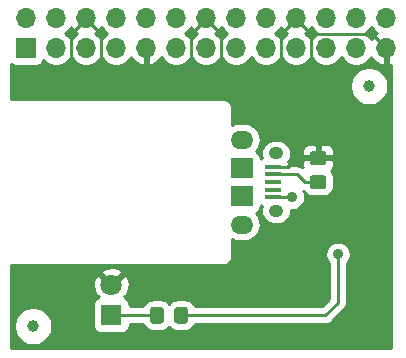
<source format=gbr>
G04 #@! TF.GenerationSoftware,KiCad,Pcbnew,(5.1.5)-3*
G04 #@! TF.CreationDate,2020-02-07T11:24:52-05:00*
G04 #@! TF.ProjectId,RPI-PWR,5250492d-5057-4522-9e6b-696361645f70,3*
G04 #@! TF.SameCoordinates,Original*
G04 #@! TF.FileFunction,Copper,L2,Bot*
G04 #@! TF.FilePolarity,Positive*
%FSLAX46Y46*%
G04 Gerber Fmt 4.6, Leading zero omitted, Abs format (unit mm)*
G04 Created by KiCad (PCBNEW (5.1.5)-3) date 2020-02-07 11:24:52*
%MOMM*%
%LPD*%
G04 APERTURE LIST*
%ADD10C,1.000000*%
%ADD11R,1.800000X1.800000*%
%ADD12C,1.800000*%
%ADD13O,1.900000X1.524000*%
%ADD14R,1.900000X1.800000*%
%ADD15R,1.350000X0.400000*%
%ADD16O,1.250000X1.050000*%
%ADD17R,1.700000X1.700000*%
%ADD18O,1.700000X1.700000*%
%ADD19C,0.150000*%
%ADD20C,0.889000*%
%ADD21C,0.254000*%
G04 APERTURE END LIST*
D10*
X30988000Y-7620000D03*
X2540000Y-27940000D03*
D11*
X9169400Y-27025600D03*
D12*
X9169400Y-24485600D03*
D13*
X20218400Y-19348000D03*
D14*
X20218400Y-16898000D03*
X20218400Y-14598000D03*
D13*
X20218400Y-12148000D03*
D15*
X22893400Y-17048000D03*
X22893400Y-16398000D03*
X22893400Y-15748000D03*
X22893400Y-15098000D03*
X22893400Y-14448000D03*
D16*
X23118400Y-18173000D03*
X23118400Y-13323000D03*
D17*
X1955800Y-4419600D03*
D18*
X1955800Y-1879600D03*
X4495800Y-4419600D03*
X4495800Y-1879600D03*
X7035800Y-4419600D03*
X7035800Y-1879600D03*
X9575800Y-4419600D03*
X9575800Y-1879600D03*
X12115800Y-4419600D03*
X12115800Y-1879600D03*
X14655800Y-4419600D03*
X14655800Y-1879600D03*
X17195800Y-4419600D03*
X17195800Y-1879600D03*
X19735800Y-4419600D03*
X19735800Y-1879600D03*
X22275800Y-4419600D03*
X22275800Y-1879600D03*
X24815800Y-4419600D03*
X24815800Y-1879600D03*
X27355800Y-4419600D03*
X27355800Y-1879600D03*
X29895800Y-4419600D03*
X29895800Y-1879600D03*
X32435800Y-4419600D03*
X32435800Y-1879600D03*
G04 #@! TA.AperFunction,SMDPad,CuDef*
D19*
G36*
X15420705Y-26326804D02*
G01*
X15444973Y-26330404D01*
X15468772Y-26336365D01*
X15491871Y-26344630D01*
X15514050Y-26355120D01*
X15535093Y-26367732D01*
X15554799Y-26382347D01*
X15572977Y-26398823D01*
X15589453Y-26417001D01*
X15604068Y-26436707D01*
X15616680Y-26457750D01*
X15627170Y-26479929D01*
X15635435Y-26503028D01*
X15641396Y-26526827D01*
X15644996Y-26551095D01*
X15646200Y-26575599D01*
X15646200Y-27475601D01*
X15644996Y-27500105D01*
X15641396Y-27524373D01*
X15635435Y-27548172D01*
X15627170Y-27571271D01*
X15616680Y-27593450D01*
X15604068Y-27614493D01*
X15589453Y-27634199D01*
X15572977Y-27652377D01*
X15554799Y-27668853D01*
X15535093Y-27683468D01*
X15514050Y-27696080D01*
X15491871Y-27706570D01*
X15468772Y-27714835D01*
X15444973Y-27720796D01*
X15420705Y-27724396D01*
X15396201Y-27725600D01*
X14746199Y-27725600D01*
X14721695Y-27724396D01*
X14697427Y-27720796D01*
X14673628Y-27714835D01*
X14650529Y-27706570D01*
X14628350Y-27696080D01*
X14607307Y-27683468D01*
X14587601Y-27668853D01*
X14569423Y-27652377D01*
X14552947Y-27634199D01*
X14538332Y-27614493D01*
X14525720Y-27593450D01*
X14515230Y-27571271D01*
X14506965Y-27548172D01*
X14501004Y-27524373D01*
X14497404Y-27500105D01*
X14496200Y-27475601D01*
X14496200Y-26575599D01*
X14497404Y-26551095D01*
X14501004Y-26526827D01*
X14506965Y-26503028D01*
X14515230Y-26479929D01*
X14525720Y-26457750D01*
X14538332Y-26436707D01*
X14552947Y-26417001D01*
X14569423Y-26398823D01*
X14587601Y-26382347D01*
X14607307Y-26367732D01*
X14628350Y-26355120D01*
X14650529Y-26344630D01*
X14673628Y-26336365D01*
X14697427Y-26330404D01*
X14721695Y-26326804D01*
X14746199Y-26325600D01*
X15396201Y-26325600D01*
X15420705Y-26326804D01*
G37*
G04 #@! TD.AperFunction*
G04 #@! TA.AperFunction,SMDPad,CuDef*
G36*
X13370705Y-26326804D02*
G01*
X13394973Y-26330404D01*
X13418772Y-26336365D01*
X13441871Y-26344630D01*
X13464050Y-26355120D01*
X13485093Y-26367732D01*
X13504799Y-26382347D01*
X13522977Y-26398823D01*
X13539453Y-26417001D01*
X13554068Y-26436707D01*
X13566680Y-26457750D01*
X13577170Y-26479929D01*
X13585435Y-26503028D01*
X13591396Y-26526827D01*
X13594996Y-26551095D01*
X13596200Y-26575599D01*
X13596200Y-27475601D01*
X13594996Y-27500105D01*
X13591396Y-27524373D01*
X13585435Y-27548172D01*
X13577170Y-27571271D01*
X13566680Y-27593450D01*
X13554068Y-27614493D01*
X13539453Y-27634199D01*
X13522977Y-27652377D01*
X13504799Y-27668853D01*
X13485093Y-27683468D01*
X13464050Y-27696080D01*
X13441871Y-27706570D01*
X13418772Y-27714835D01*
X13394973Y-27720796D01*
X13370705Y-27724396D01*
X13346201Y-27725600D01*
X12696199Y-27725600D01*
X12671695Y-27724396D01*
X12647427Y-27720796D01*
X12623628Y-27714835D01*
X12600529Y-27706570D01*
X12578350Y-27696080D01*
X12557307Y-27683468D01*
X12537601Y-27668853D01*
X12519423Y-27652377D01*
X12502947Y-27634199D01*
X12488332Y-27614493D01*
X12475720Y-27593450D01*
X12465230Y-27571271D01*
X12456965Y-27548172D01*
X12451004Y-27524373D01*
X12447404Y-27500105D01*
X12446200Y-27475601D01*
X12446200Y-26575599D01*
X12447404Y-26551095D01*
X12451004Y-26526827D01*
X12456965Y-26503028D01*
X12465230Y-26479929D01*
X12475720Y-26457750D01*
X12488332Y-26436707D01*
X12502947Y-26417001D01*
X12519423Y-26398823D01*
X12537601Y-26382347D01*
X12557307Y-26367732D01*
X12578350Y-26355120D01*
X12600529Y-26344630D01*
X12623628Y-26336365D01*
X12647427Y-26330404D01*
X12671695Y-26326804D01*
X12696199Y-26325600D01*
X13346201Y-26325600D01*
X13370705Y-26326804D01*
G37*
G04 #@! TD.AperFunction*
G04 #@! TA.AperFunction,SMDPad,CuDef*
G36*
X27144505Y-13133204D02*
G01*
X27168773Y-13136804D01*
X27192572Y-13142765D01*
X27215671Y-13151030D01*
X27237850Y-13161520D01*
X27258893Y-13174132D01*
X27278599Y-13188747D01*
X27296777Y-13205223D01*
X27313253Y-13223401D01*
X27327868Y-13243107D01*
X27340480Y-13264150D01*
X27350970Y-13286329D01*
X27359235Y-13309428D01*
X27365196Y-13333227D01*
X27368796Y-13357495D01*
X27370000Y-13381999D01*
X27370000Y-14032001D01*
X27368796Y-14056505D01*
X27365196Y-14080773D01*
X27359235Y-14104572D01*
X27350970Y-14127671D01*
X27340480Y-14149850D01*
X27327868Y-14170893D01*
X27313253Y-14190599D01*
X27296777Y-14208777D01*
X27278599Y-14225253D01*
X27258893Y-14239868D01*
X27237850Y-14252480D01*
X27215671Y-14262970D01*
X27192572Y-14271235D01*
X27168773Y-14277196D01*
X27144505Y-14280796D01*
X27120001Y-14282000D01*
X26219999Y-14282000D01*
X26195495Y-14280796D01*
X26171227Y-14277196D01*
X26147428Y-14271235D01*
X26124329Y-14262970D01*
X26102150Y-14252480D01*
X26081107Y-14239868D01*
X26061401Y-14225253D01*
X26043223Y-14208777D01*
X26026747Y-14190599D01*
X26012132Y-14170893D01*
X25999520Y-14149850D01*
X25989030Y-14127671D01*
X25980765Y-14104572D01*
X25974804Y-14080773D01*
X25971204Y-14056505D01*
X25970000Y-14032001D01*
X25970000Y-13381999D01*
X25971204Y-13357495D01*
X25974804Y-13333227D01*
X25980765Y-13309428D01*
X25989030Y-13286329D01*
X25999520Y-13264150D01*
X26012132Y-13243107D01*
X26026747Y-13223401D01*
X26043223Y-13205223D01*
X26061401Y-13188747D01*
X26081107Y-13174132D01*
X26102150Y-13161520D01*
X26124329Y-13151030D01*
X26147428Y-13142765D01*
X26171227Y-13136804D01*
X26195495Y-13133204D01*
X26219999Y-13132000D01*
X27120001Y-13132000D01*
X27144505Y-13133204D01*
G37*
G04 #@! TD.AperFunction*
G04 #@! TA.AperFunction,SMDPad,CuDef*
G36*
X27144505Y-15183204D02*
G01*
X27168773Y-15186804D01*
X27192572Y-15192765D01*
X27215671Y-15201030D01*
X27237850Y-15211520D01*
X27258893Y-15224132D01*
X27278599Y-15238747D01*
X27296777Y-15255223D01*
X27313253Y-15273401D01*
X27327868Y-15293107D01*
X27340480Y-15314150D01*
X27350970Y-15336329D01*
X27359235Y-15359428D01*
X27365196Y-15383227D01*
X27368796Y-15407495D01*
X27370000Y-15431999D01*
X27370000Y-16082001D01*
X27368796Y-16106505D01*
X27365196Y-16130773D01*
X27359235Y-16154572D01*
X27350970Y-16177671D01*
X27340480Y-16199850D01*
X27327868Y-16220893D01*
X27313253Y-16240599D01*
X27296777Y-16258777D01*
X27278599Y-16275253D01*
X27258893Y-16289868D01*
X27237850Y-16302480D01*
X27215671Y-16312970D01*
X27192572Y-16321235D01*
X27168773Y-16327196D01*
X27144505Y-16330796D01*
X27120001Y-16332000D01*
X26219999Y-16332000D01*
X26195495Y-16330796D01*
X26171227Y-16327196D01*
X26147428Y-16321235D01*
X26124329Y-16312970D01*
X26102150Y-16302480D01*
X26081107Y-16289868D01*
X26061401Y-16275253D01*
X26043223Y-16258777D01*
X26026747Y-16240599D01*
X26012132Y-16220893D01*
X25999520Y-16199850D01*
X25989030Y-16177671D01*
X25980765Y-16154572D01*
X25974804Y-16130773D01*
X25971204Y-16106505D01*
X25970000Y-16082001D01*
X25970000Y-15431999D01*
X25971204Y-15407495D01*
X25974804Y-15383227D01*
X25980765Y-15359428D01*
X25989030Y-15336329D01*
X25999520Y-15314150D01*
X26012132Y-15293107D01*
X26026747Y-15273401D01*
X26043223Y-15255223D01*
X26061401Y-15238747D01*
X26081107Y-15224132D01*
X26102150Y-15211520D01*
X26124329Y-15201030D01*
X26147428Y-15192765D01*
X26171227Y-15186804D01*
X26195495Y-15183204D01*
X26219999Y-15182000D01*
X27120001Y-15182000D01*
X27144505Y-15183204D01*
G37*
G04 #@! TD.AperFunction*
D20*
X24485600Y-17043400D03*
X28346400Y-21869400D03*
D21*
X23387000Y-17048000D02*
X23398000Y-17048000D01*
X22893400Y-17048000D02*
X24481000Y-17048000D01*
X24481000Y-17048000D02*
X24485600Y-17043400D01*
X31242000Y-3175000D02*
X26035000Y-3175000D01*
X8255000Y-5207000D02*
X8255000Y-3175000D01*
X8255000Y-3175000D02*
X6985000Y-1905000D01*
X26035000Y-5334000D02*
X26035000Y-3175000D01*
X26035000Y-3175000D02*
X24765000Y-1905000D01*
X18415000Y-5334000D02*
X18415000Y-3175000D01*
X18415000Y-3175000D02*
X17145000Y-1905000D01*
X5715000Y-5080000D02*
X5715000Y-3175000D01*
X5715000Y-3175000D02*
X6985000Y-1905000D01*
X23495000Y-5461000D02*
X23495000Y-3175000D01*
X23495000Y-3175000D02*
X24765000Y-1905000D01*
X15875000Y-5207000D02*
X15875000Y-3175000D01*
X15875000Y-3175000D02*
X17145000Y-1905000D01*
X23822400Y-14448000D02*
X23827000Y-14452600D01*
X22893400Y-14448000D02*
X23822400Y-14448000D01*
X23827000Y-14452600D02*
X24104600Y-14452600D01*
X24850200Y-13707000D02*
X26670000Y-13707000D01*
X24104600Y-14452600D02*
X24850200Y-13707000D01*
X31585801Y-3518801D02*
X31242000Y-3175000D01*
X31585801Y-3569601D02*
X31585801Y-3518801D01*
X32435800Y-4419600D02*
X31585801Y-3569601D01*
X10323400Y-27025600D02*
X13021200Y-27025600D01*
X9169400Y-27025600D02*
X10323400Y-27025600D01*
X25970000Y-15757000D02*
X25961000Y-15748000D01*
X26670000Y-15757000D02*
X25970000Y-15757000D01*
X25961000Y-15748000D02*
X25552400Y-15748000D01*
X24902400Y-15098000D02*
X22893400Y-15098000D01*
X25552400Y-15748000D02*
X24902400Y-15098000D01*
X15071200Y-27025600D02*
X27279600Y-27025600D01*
X27279600Y-27025600D02*
X28346400Y-25958800D01*
X28346400Y-25958800D02*
X28346400Y-21869400D01*
G36*
X12242800Y-4292600D02*
G01*
X12262800Y-4292600D01*
X12262800Y-4546600D01*
X12242800Y-4546600D01*
X12242800Y-5739755D01*
X12472690Y-5861076D01*
X12619899Y-5816425D01*
X12882720Y-5691241D01*
X13116069Y-5517188D01*
X13310978Y-5300955D01*
X13380605Y-5184066D01*
X13502325Y-5366232D01*
X13709168Y-5573075D01*
X13952389Y-5735590D01*
X14222642Y-5847532D01*
X14509540Y-5904600D01*
X14802060Y-5904600D01*
X15088958Y-5847532D01*
X15359211Y-5735590D01*
X15602432Y-5573075D01*
X15809275Y-5366232D01*
X15925800Y-5191840D01*
X16042325Y-5366232D01*
X16249168Y-5573075D01*
X16492389Y-5735590D01*
X16762642Y-5847532D01*
X17049540Y-5904600D01*
X17342060Y-5904600D01*
X17628958Y-5847532D01*
X17899211Y-5735590D01*
X18142432Y-5573075D01*
X18349275Y-5366232D01*
X18465800Y-5191840D01*
X18582325Y-5366232D01*
X18789168Y-5573075D01*
X19032389Y-5735590D01*
X19302642Y-5847532D01*
X19589540Y-5904600D01*
X19882060Y-5904600D01*
X20168958Y-5847532D01*
X20439211Y-5735590D01*
X20682432Y-5573075D01*
X20889275Y-5366232D01*
X21005800Y-5191840D01*
X21122325Y-5366232D01*
X21329168Y-5573075D01*
X21572389Y-5735590D01*
X21842642Y-5847532D01*
X22129540Y-5904600D01*
X22422060Y-5904600D01*
X22708958Y-5847532D01*
X22979211Y-5735590D01*
X23222432Y-5573075D01*
X23429275Y-5366232D01*
X23545800Y-5191840D01*
X23662325Y-5366232D01*
X23869168Y-5573075D01*
X24112389Y-5735590D01*
X24382642Y-5847532D01*
X24669540Y-5904600D01*
X24962060Y-5904600D01*
X25248958Y-5847532D01*
X25519211Y-5735590D01*
X25762432Y-5573075D01*
X25969275Y-5366232D01*
X26085800Y-5191840D01*
X26202325Y-5366232D01*
X26409168Y-5573075D01*
X26652389Y-5735590D01*
X26922642Y-5847532D01*
X27209540Y-5904600D01*
X27502060Y-5904600D01*
X27788958Y-5847532D01*
X28059211Y-5735590D01*
X28302432Y-5573075D01*
X28509275Y-5366232D01*
X28625800Y-5191840D01*
X28742325Y-5366232D01*
X28949168Y-5573075D01*
X29192389Y-5735590D01*
X29462642Y-5847532D01*
X29749540Y-5904600D01*
X30042060Y-5904600D01*
X30328958Y-5847532D01*
X30599211Y-5735590D01*
X30842432Y-5573075D01*
X31049275Y-5366232D01*
X31170995Y-5184066D01*
X31240622Y-5300955D01*
X31435531Y-5517188D01*
X31668880Y-5691241D01*
X31931701Y-5816425D01*
X32078910Y-5861076D01*
X32308800Y-5739755D01*
X32308800Y-4546600D01*
X32288800Y-4546600D01*
X32288800Y-4292600D01*
X32308800Y-4292600D01*
X32308800Y-4272600D01*
X32562800Y-4272600D01*
X32562800Y-4292600D01*
X32582800Y-4292600D01*
X32582800Y-4546600D01*
X32562800Y-4546600D01*
X32562800Y-5739755D01*
X32792690Y-5861076D01*
X32843001Y-5845816D01*
X32843000Y-29684497D01*
X32838311Y-29732317D01*
X32834152Y-29746093D01*
X32827399Y-29758792D01*
X32818304Y-29769944D01*
X32807220Y-29779114D01*
X32794570Y-29785954D01*
X32780825Y-29790208D01*
X32735235Y-29795000D01*
X795503Y-29795000D01*
X747683Y-29790311D01*
X733907Y-29786152D01*
X721208Y-29779399D01*
X710056Y-29770304D01*
X700886Y-29759220D01*
X694046Y-29746570D01*
X689792Y-29732825D01*
X685000Y-29687235D01*
X685000Y-27779755D01*
X913000Y-27779755D01*
X913000Y-28100245D01*
X975525Y-28414578D01*
X1098172Y-28710673D01*
X1276227Y-28977152D01*
X1502848Y-29203773D01*
X1769327Y-29381828D01*
X2065422Y-29504475D01*
X2379755Y-29567000D01*
X2700245Y-29567000D01*
X3014578Y-29504475D01*
X3310673Y-29381828D01*
X3577152Y-29203773D01*
X3803773Y-28977152D01*
X3981828Y-28710673D01*
X4104475Y-28414578D01*
X4167000Y-28100245D01*
X4167000Y-27779755D01*
X4104475Y-27465422D01*
X3981828Y-27169327D01*
X3803773Y-26902848D01*
X3577152Y-26676227D01*
X3310673Y-26498172D01*
X3014578Y-26375525D01*
X2700245Y-26313000D01*
X2379755Y-26313000D01*
X2065422Y-26375525D01*
X1769327Y-26498172D01*
X1502848Y-26676227D01*
X1276227Y-26902848D01*
X1098172Y-27169327D01*
X975525Y-27465422D01*
X913000Y-27779755D01*
X685000Y-27779755D01*
X685000Y-24552153D01*
X7628409Y-24552153D01*
X7671003Y-24851507D01*
X7771178Y-25136799D01*
X7851139Y-25286392D01*
X8105318Y-25370074D01*
X7989370Y-25486022D01*
X8036135Y-25532787D01*
X8025220Y-25536098D01*
X7914906Y-25595063D01*
X7818215Y-25674415D01*
X7738863Y-25771106D01*
X7679898Y-25881420D01*
X7643588Y-26001118D01*
X7631328Y-26125600D01*
X7631328Y-27925600D01*
X7643588Y-28050082D01*
X7679898Y-28169780D01*
X7738863Y-28280094D01*
X7818215Y-28376785D01*
X7914906Y-28456137D01*
X8025220Y-28515102D01*
X8144918Y-28551412D01*
X8269400Y-28563672D01*
X10069400Y-28563672D01*
X10193882Y-28551412D01*
X10313580Y-28515102D01*
X10423894Y-28456137D01*
X10520585Y-28376785D01*
X10599937Y-28280094D01*
X10658902Y-28169780D01*
X10695212Y-28050082D01*
X10707472Y-27925600D01*
X10707472Y-27787600D01*
X11867280Y-27787600D01*
X11875728Y-27815451D01*
X11957795Y-27968987D01*
X12068238Y-28103562D01*
X12202813Y-28214005D01*
X12356349Y-28296072D01*
X12522945Y-28346608D01*
X12696199Y-28363672D01*
X13346201Y-28363672D01*
X13519455Y-28346608D01*
X13686051Y-28296072D01*
X13839587Y-28214005D01*
X13974162Y-28103562D01*
X14046200Y-28015784D01*
X14118238Y-28103562D01*
X14252813Y-28214005D01*
X14406349Y-28296072D01*
X14572945Y-28346608D01*
X14746199Y-28363672D01*
X15396201Y-28363672D01*
X15569455Y-28346608D01*
X15736051Y-28296072D01*
X15889587Y-28214005D01*
X16024162Y-28103562D01*
X16134605Y-27968987D01*
X16216672Y-27815451D01*
X16225120Y-27787600D01*
X27242177Y-27787600D01*
X27279600Y-27791286D01*
X27317023Y-27787600D01*
X27317026Y-27787600D01*
X27428978Y-27776574D01*
X27572615Y-27733002D01*
X27704992Y-27662245D01*
X27821022Y-27567022D01*
X27844884Y-27537946D01*
X28858753Y-26524078D01*
X28887822Y-26500222D01*
X28983045Y-26384192D01*
X29053802Y-26251815D01*
X29097374Y-26108178D01*
X29108400Y-25996226D01*
X29108400Y-25996224D01*
X29112086Y-25958801D01*
X29108400Y-25921378D01*
X29108400Y-22634043D01*
X29184902Y-22557541D01*
X29303040Y-22380735D01*
X29384415Y-22184278D01*
X29425900Y-21975721D01*
X29425900Y-21763079D01*
X29384415Y-21554522D01*
X29303040Y-21358065D01*
X29184902Y-21181259D01*
X29034541Y-21030898D01*
X28857735Y-20912760D01*
X28661278Y-20831385D01*
X28452721Y-20789900D01*
X28240079Y-20789900D01*
X28031522Y-20831385D01*
X27835065Y-20912760D01*
X27658259Y-21030898D01*
X27507898Y-21181259D01*
X27389760Y-21358065D01*
X27308385Y-21554522D01*
X27266900Y-21763079D01*
X27266900Y-21975721D01*
X27308385Y-22184278D01*
X27389760Y-22380735D01*
X27507898Y-22557541D01*
X27584401Y-22634044D01*
X27584400Y-25643169D01*
X26963970Y-26263600D01*
X16225120Y-26263600D01*
X16216672Y-26235749D01*
X16134605Y-26082213D01*
X16024162Y-25947638D01*
X15889587Y-25837195D01*
X15736051Y-25755128D01*
X15569455Y-25704592D01*
X15396201Y-25687528D01*
X14746199Y-25687528D01*
X14572945Y-25704592D01*
X14406349Y-25755128D01*
X14252813Y-25837195D01*
X14118238Y-25947638D01*
X14046200Y-26035416D01*
X13974162Y-25947638D01*
X13839587Y-25837195D01*
X13686051Y-25755128D01*
X13519455Y-25704592D01*
X13346201Y-25687528D01*
X12696199Y-25687528D01*
X12522945Y-25704592D01*
X12356349Y-25755128D01*
X12202813Y-25837195D01*
X12068238Y-25947638D01*
X11957795Y-26082213D01*
X11875728Y-26235749D01*
X11867280Y-26263600D01*
X10707472Y-26263600D01*
X10707472Y-26125600D01*
X10695212Y-26001118D01*
X10658902Y-25881420D01*
X10599937Y-25771106D01*
X10520585Y-25674415D01*
X10423894Y-25595063D01*
X10313580Y-25536098D01*
X10302665Y-25532787D01*
X10349430Y-25486022D01*
X10233482Y-25370074D01*
X10487661Y-25286392D01*
X10618558Y-25013825D01*
X10693765Y-24720958D01*
X10710391Y-24419047D01*
X10667797Y-24119693D01*
X10567622Y-23834401D01*
X10487661Y-23684808D01*
X10233480Y-23601125D01*
X9349005Y-24485600D01*
X9363148Y-24499743D01*
X9183543Y-24679348D01*
X9169400Y-24665205D01*
X9155258Y-24679348D01*
X8975653Y-24499743D01*
X8989795Y-24485600D01*
X8105320Y-23601125D01*
X7851139Y-23684808D01*
X7720242Y-23957375D01*
X7645035Y-24250242D01*
X7628409Y-24552153D01*
X685000Y-24552153D01*
X685000Y-23421520D01*
X8284925Y-23421520D01*
X9169400Y-24305995D01*
X10053875Y-23421520D01*
X9970192Y-23167339D01*
X9697625Y-23036442D01*
X9404758Y-22961235D01*
X9102847Y-22944609D01*
X8803493Y-22987203D01*
X8518201Y-23087378D01*
X8368608Y-23167339D01*
X8284925Y-23421520D01*
X685000Y-23421520D01*
X685000Y-22893503D01*
X689689Y-22845681D01*
X693846Y-22831912D01*
X700602Y-22819206D01*
X709695Y-22808056D01*
X720781Y-22798885D01*
X733428Y-22792047D01*
X747178Y-22787791D01*
X792758Y-22783000D01*
X18635353Y-22783000D01*
X18669000Y-22786314D01*
X18803283Y-22773088D01*
X18932406Y-22733919D01*
X19051407Y-22670312D01*
X19155711Y-22584711D01*
X19241312Y-22480407D01*
X19304919Y-22361406D01*
X19344088Y-22232283D01*
X19354000Y-22131647D01*
X19357314Y-22098000D01*
X19354000Y-22064353D01*
X19354000Y-20570498D01*
X19493205Y-20644904D01*
X19756540Y-20724786D01*
X19961775Y-20745000D01*
X20475025Y-20745000D01*
X20680260Y-20724786D01*
X20943595Y-20644904D01*
X21186287Y-20515183D01*
X21399008Y-20340608D01*
X21573583Y-20127887D01*
X21703304Y-19885195D01*
X21783186Y-19621860D01*
X21810159Y-19348000D01*
X21783186Y-19074140D01*
X21703304Y-18810805D01*
X21573583Y-18568113D01*
X21421463Y-18382754D01*
X21522894Y-18328537D01*
X21619585Y-18249185D01*
X21698937Y-18152494D01*
X21757902Y-18042180D01*
X21794212Y-17922482D01*
X21806472Y-17798000D01*
X21806472Y-17731402D01*
X21863906Y-17778537D01*
X21917219Y-17807034D01*
X21875185Y-17945600D01*
X21852788Y-18173000D01*
X21875185Y-18400400D01*
X21941515Y-18619060D01*
X22049229Y-18820579D01*
X22194188Y-18997212D01*
X22370821Y-19142171D01*
X22572340Y-19249885D01*
X22791000Y-19316215D01*
X22961421Y-19333000D01*
X23275379Y-19333000D01*
X23445800Y-19316215D01*
X23664460Y-19249885D01*
X23865979Y-19142171D01*
X24042612Y-18997212D01*
X24187571Y-18820579D01*
X24295285Y-18619060D01*
X24361615Y-18400400D01*
X24384012Y-18173000D01*
X24379074Y-18122859D01*
X24379279Y-18122900D01*
X24591921Y-18122900D01*
X24800478Y-18081415D01*
X24996935Y-18000040D01*
X25173741Y-17881902D01*
X25324102Y-17731541D01*
X25442240Y-17554735D01*
X25523615Y-17358278D01*
X25565100Y-17149721D01*
X25565100Y-16937079D01*
X25523615Y-16728522D01*
X25442240Y-16532065D01*
X25421334Y-16500778D01*
X25442848Y-16502896D01*
X25481595Y-16575387D01*
X25592038Y-16709962D01*
X25726613Y-16820405D01*
X25880149Y-16902472D01*
X26046745Y-16953008D01*
X26219999Y-16970072D01*
X27120001Y-16970072D01*
X27293255Y-16953008D01*
X27459851Y-16902472D01*
X27613387Y-16820405D01*
X27747962Y-16709962D01*
X27858405Y-16575387D01*
X27940472Y-16421851D01*
X27991008Y-16255255D01*
X28008072Y-16082001D01*
X28008072Y-15431999D01*
X27991008Y-15258745D01*
X27940472Y-15092149D01*
X27858405Y-14938613D01*
X27747962Y-14804038D01*
X27741406Y-14798658D01*
X27821185Y-14733185D01*
X27900537Y-14636494D01*
X27959502Y-14526180D01*
X27995812Y-14406482D01*
X28008072Y-14282000D01*
X28005000Y-13992750D01*
X27846250Y-13834000D01*
X26797000Y-13834000D01*
X26797000Y-13854000D01*
X26543000Y-13854000D01*
X26543000Y-13834000D01*
X25493750Y-13834000D01*
X25335000Y-13992750D01*
X25331928Y-14282000D01*
X25344188Y-14406482D01*
X25371786Y-14497460D01*
X25327792Y-14461355D01*
X25195415Y-14390598D01*
X25051778Y-14347026D01*
X24939826Y-14336000D01*
X24939823Y-14336000D01*
X24902400Y-14332314D01*
X24864977Y-14336000D01*
X24203400Y-14336000D01*
X24203400Y-14320998D01*
X24098652Y-14320998D01*
X24203400Y-14216250D01*
X24192141Y-14113526D01*
X24157879Y-14006759D01*
X24187571Y-13970579D01*
X24295285Y-13769060D01*
X24361615Y-13550400D01*
X24384012Y-13323000D01*
X24365201Y-13132000D01*
X25331928Y-13132000D01*
X25335000Y-13421250D01*
X25493750Y-13580000D01*
X26543000Y-13580000D01*
X26543000Y-12655750D01*
X26797000Y-12655750D01*
X26797000Y-13580000D01*
X27846250Y-13580000D01*
X28005000Y-13421250D01*
X28008072Y-13132000D01*
X27995812Y-13007518D01*
X27959502Y-12887820D01*
X27900537Y-12777506D01*
X27821185Y-12680815D01*
X27724494Y-12601463D01*
X27614180Y-12542498D01*
X27494482Y-12506188D01*
X27370000Y-12493928D01*
X26955750Y-12497000D01*
X26797000Y-12655750D01*
X26543000Y-12655750D01*
X26384250Y-12497000D01*
X25970000Y-12493928D01*
X25845518Y-12506188D01*
X25725820Y-12542498D01*
X25615506Y-12601463D01*
X25518815Y-12680815D01*
X25439463Y-12777506D01*
X25380498Y-12887820D01*
X25344188Y-13007518D01*
X25331928Y-13132000D01*
X24365201Y-13132000D01*
X24361615Y-13095600D01*
X24295285Y-12876940D01*
X24187571Y-12675421D01*
X24042612Y-12498788D01*
X23865979Y-12353829D01*
X23664460Y-12246115D01*
X23445800Y-12179785D01*
X23275379Y-12163000D01*
X22961421Y-12163000D01*
X22791000Y-12179785D01*
X22572340Y-12246115D01*
X22370821Y-12353829D01*
X22194188Y-12498788D01*
X22049229Y-12675421D01*
X21941515Y-12876940D01*
X21875185Y-13095600D01*
X21852788Y-13323000D01*
X21875185Y-13550400D01*
X21917185Y-13688855D01*
X21872436Y-13711861D01*
X21806472Y-13764253D01*
X21806472Y-13698000D01*
X21794212Y-13573518D01*
X21757902Y-13453820D01*
X21698937Y-13343506D01*
X21619585Y-13246815D01*
X21522894Y-13167463D01*
X21421463Y-13113246D01*
X21573583Y-12927887D01*
X21703304Y-12685195D01*
X21783186Y-12421860D01*
X21810159Y-12148000D01*
X21783186Y-11874140D01*
X21703304Y-11610805D01*
X21573583Y-11368113D01*
X21399008Y-11155392D01*
X21186287Y-10980817D01*
X20943595Y-10851096D01*
X20680260Y-10771214D01*
X20475025Y-10751000D01*
X19961775Y-10751000D01*
X19756540Y-10771214D01*
X19493205Y-10851096D01*
X19354000Y-10925502D01*
X19354000Y-9431647D01*
X19357314Y-9398000D01*
X19344088Y-9263717D01*
X19304919Y-9134594D01*
X19241312Y-9015593D01*
X19155711Y-8911289D01*
X19051407Y-8825688D01*
X18932406Y-8762081D01*
X18803283Y-8722912D01*
X18702647Y-8713000D01*
X18669000Y-8709686D01*
X18635353Y-8713000D01*
X795503Y-8713000D01*
X747683Y-8708311D01*
X733907Y-8704152D01*
X721208Y-8697399D01*
X710056Y-8688304D01*
X700886Y-8677220D01*
X694046Y-8664570D01*
X689792Y-8650825D01*
X685000Y-8605235D01*
X685000Y-7459755D01*
X29361000Y-7459755D01*
X29361000Y-7780245D01*
X29423525Y-8094578D01*
X29546172Y-8390673D01*
X29724227Y-8657152D01*
X29950848Y-8883773D01*
X30217327Y-9061828D01*
X30513422Y-9184475D01*
X30827755Y-9247000D01*
X31148245Y-9247000D01*
X31462578Y-9184475D01*
X31758673Y-9061828D01*
X32025152Y-8883773D01*
X32251773Y-8657152D01*
X32429828Y-8390673D01*
X32552475Y-8094578D01*
X32615000Y-7780245D01*
X32615000Y-7459755D01*
X32552475Y-7145422D01*
X32429828Y-6849327D01*
X32251773Y-6582848D01*
X32025152Y-6356227D01*
X31758673Y-6178172D01*
X31462578Y-6055525D01*
X31148245Y-5993000D01*
X30827755Y-5993000D01*
X30513422Y-6055525D01*
X30217327Y-6178172D01*
X29950848Y-6356227D01*
X29724227Y-6582848D01*
X29546172Y-6849327D01*
X29423525Y-7145422D01*
X29361000Y-7459755D01*
X685000Y-7459755D01*
X685000Y-5745721D01*
X751306Y-5800137D01*
X861620Y-5859102D01*
X981318Y-5895412D01*
X1105800Y-5907672D01*
X2805800Y-5907672D01*
X2930282Y-5895412D01*
X3049980Y-5859102D01*
X3160294Y-5800137D01*
X3256985Y-5720785D01*
X3336337Y-5624094D01*
X3395302Y-5513780D01*
X3417313Y-5441220D01*
X3549168Y-5573075D01*
X3792389Y-5735590D01*
X4062642Y-5847532D01*
X4349540Y-5904600D01*
X4642060Y-5904600D01*
X4928958Y-5847532D01*
X5199211Y-5735590D01*
X5442432Y-5573075D01*
X5649275Y-5366232D01*
X5765800Y-5191840D01*
X5882325Y-5366232D01*
X6089168Y-5573075D01*
X6332389Y-5735590D01*
X6602642Y-5847532D01*
X6889540Y-5904600D01*
X7182060Y-5904600D01*
X7468958Y-5847532D01*
X7739211Y-5735590D01*
X7982432Y-5573075D01*
X8189275Y-5366232D01*
X8305800Y-5191840D01*
X8422325Y-5366232D01*
X8629168Y-5573075D01*
X8872389Y-5735590D01*
X9142642Y-5847532D01*
X9429540Y-5904600D01*
X9722060Y-5904600D01*
X10008958Y-5847532D01*
X10279211Y-5735590D01*
X10522432Y-5573075D01*
X10729275Y-5366232D01*
X10850995Y-5184066D01*
X10920622Y-5300955D01*
X11115531Y-5517188D01*
X11348880Y-5691241D01*
X11611701Y-5816425D01*
X11758910Y-5861076D01*
X11988800Y-5739755D01*
X11988800Y-4546600D01*
X11968800Y-4546600D01*
X11968800Y-4292600D01*
X11988800Y-4292600D01*
X11988800Y-4272600D01*
X12242800Y-4272600D01*
X12242800Y-4292600D01*
G37*
X12242800Y-4292600D02*
X12262800Y-4292600D01*
X12262800Y-4546600D01*
X12242800Y-4546600D01*
X12242800Y-5739755D01*
X12472690Y-5861076D01*
X12619899Y-5816425D01*
X12882720Y-5691241D01*
X13116069Y-5517188D01*
X13310978Y-5300955D01*
X13380605Y-5184066D01*
X13502325Y-5366232D01*
X13709168Y-5573075D01*
X13952389Y-5735590D01*
X14222642Y-5847532D01*
X14509540Y-5904600D01*
X14802060Y-5904600D01*
X15088958Y-5847532D01*
X15359211Y-5735590D01*
X15602432Y-5573075D01*
X15809275Y-5366232D01*
X15925800Y-5191840D01*
X16042325Y-5366232D01*
X16249168Y-5573075D01*
X16492389Y-5735590D01*
X16762642Y-5847532D01*
X17049540Y-5904600D01*
X17342060Y-5904600D01*
X17628958Y-5847532D01*
X17899211Y-5735590D01*
X18142432Y-5573075D01*
X18349275Y-5366232D01*
X18465800Y-5191840D01*
X18582325Y-5366232D01*
X18789168Y-5573075D01*
X19032389Y-5735590D01*
X19302642Y-5847532D01*
X19589540Y-5904600D01*
X19882060Y-5904600D01*
X20168958Y-5847532D01*
X20439211Y-5735590D01*
X20682432Y-5573075D01*
X20889275Y-5366232D01*
X21005800Y-5191840D01*
X21122325Y-5366232D01*
X21329168Y-5573075D01*
X21572389Y-5735590D01*
X21842642Y-5847532D01*
X22129540Y-5904600D01*
X22422060Y-5904600D01*
X22708958Y-5847532D01*
X22979211Y-5735590D01*
X23222432Y-5573075D01*
X23429275Y-5366232D01*
X23545800Y-5191840D01*
X23662325Y-5366232D01*
X23869168Y-5573075D01*
X24112389Y-5735590D01*
X24382642Y-5847532D01*
X24669540Y-5904600D01*
X24962060Y-5904600D01*
X25248958Y-5847532D01*
X25519211Y-5735590D01*
X25762432Y-5573075D01*
X25969275Y-5366232D01*
X26085800Y-5191840D01*
X26202325Y-5366232D01*
X26409168Y-5573075D01*
X26652389Y-5735590D01*
X26922642Y-5847532D01*
X27209540Y-5904600D01*
X27502060Y-5904600D01*
X27788958Y-5847532D01*
X28059211Y-5735590D01*
X28302432Y-5573075D01*
X28509275Y-5366232D01*
X28625800Y-5191840D01*
X28742325Y-5366232D01*
X28949168Y-5573075D01*
X29192389Y-5735590D01*
X29462642Y-5847532D01*
X29749540Y-5904600D01*
X30042060Y-5904600D01*
X30328958Y-5847532D01*
X30599211Y-5735590D01*
X30842432Y-5573075D01*
X31049275Y-5366232D01*
X31170995Y-5184066D01*
X31240622Y-5300955D01*
X31435531Y-5517188D01*
X31668880Y-5691241D01*
X31931701Y-5816425D01*
X32078910Y-5861076D01*
X32308800Y-5739755D01*
X32308800Y-4546600D01*
X32288800Y-4546600D01*
X32288800Y-4292600D01*
X32308800Y-4292600D01*
X32308800Y-4272600D01*
X32562800Y-4272600D01*
X32562800Y-4292600D01*
X32582800Y-4292600D01*
X32582800Y-4546600D01*
X32562800Y-4546600D01*
X32562800Y-5739755D01*
X32792690Y-5861076D01*
X32843001Y-5845816D01*
X32843000Y-29684497D01*
X32838311Y-29732317D01*
X32834152Y-29746093D01*
X32827399Y-29758792D01*
X32818304Y-29769944D01*
X32807220Y-29779114D01*
X32794570Y-29785954D01*
X32780825Y-29790208D01*
X32735235Y-29795000D01*
X795503Y-29795000D01*
X747683Y-29790311D01*
X733907Y-29786152D01*
X721208Y-29779399D01*
X710056Y-29770304D01*
X700886Y-29759220D01*
X694046Y-29746570D01*
X689792Y-29732825D01*
X685000Y-29687235D01*
X685000Y-27779755D01*
X913000Y-27779755D01*
X913000Y-28100245D01*
X975525Y-28414578D01*
X1098172Y-28710673D01*
X1276227Y-28977152D01*
X1502848Y-29203773D01*
X1769327Y-29381828D01*
X2065422Y-29504475D01*
X2379755Y-29567000D01*
X2700245Y-29567000D01*
X3014578Y-29504475D01*
X3310673Y-29381828D01*
X3577152Y-29203773D01*
X3803773Y-28977152D01*
X3981828Y-28710673D01*
X4104475Y-28414578D01*
X4167000Y-28100245D01*
X4167000Y-27779755D01*
X4104475Y-27465422D01*
X3981828Y-27169327D01*
X3803773Y-26902848D01*
X3577152Y-26676227D01*
X3310673Y-26498172D01*
X3014578Y-26375525D01*
X2700245Y-26313000D01*
X2379755Y-26313000D01*
X2065422Y-26375525D01*
X1769327Y-26498172D01*
X1502848Y-26676227D01*
X1276227Y-26902848D01*
X1098172Y-27169327D01*
X975525Y-27465422D01*
X913000Y-27779755D01*
X685000Y-27779755D01*
X685000Y-24552153D01*
X7628409Y-24552153D01*
X7671003Y-24851507D01*
X7771178Y-25136799D01*
X7851139Y-25286392D01*
X8105318Y-25370074D01*
X7989370Y-25486022D01*
X8036135Y-25532787D01*
X8025220Y-25536098D01*
X7914906Y-25595063D01*
X7818215Y-25674415D01*
X7738863Y-25771106D01*
X7679898Y-25881420D01*
X7643588Y-26001118D01*
X7631328Y-26125600D01*
X7631328Y-27925600D01*
X7643588Y-28050082D01*
X7679898Y-28169780D01*
X7738863Y-28280094D01*
X7818215Y-28376785D01*
X7914906Y-28456137D01*
X8025220Y-28515102D01*
X8144918Y-28551412D01*
X8269400Y-28563672D01*
X10069400Y-28563672D01*
X10193882Y-28551412D01*
X10313580Y-28515102D01*
X10423894Y-28456137D01*
X10520585Y-28376785D01*
X10599937Y-28280094D01*
X10658902Y-28169780D01*
X10695212Y-28050082D01*
X10707472Y-27925600D01*
X10707472Y-27787600D01*
X11867280Y-27787600D01*
X11875728Y-27815451D01*
X11957795Y-27968987D01*
X12068238Y-28103562D01*
X12202813Y-28214005D01*
X12356349Y-28296072D01*
X12522945Y-28346608D01*
X12696199Y-28363672D01*
X13346201Y-28363672D01*
X13519455Y-28346608D01*
X13686051Y-28296072D01*
X13839587Y-28214005D01*
X13974162Y-28103562D01*
X14046200Y-28015784D01*
X14118238Y-28103562D01*
X14252813Y-28214005D01*
X14406349Y-28296072D01*
X14572945Y-28346608D01*
X14746199Y-28363672D01*
X15396201Y-28363672D01*
X15569455Y-28346608D01*
X15736051Y-28296072D01*
X15889587Y-28214005D01*
X16024162Y-28103562D01*
X16134605Y-27968987D01*
X16216672Y-27815451D01*
X16225120Y-27787600D01*
X27242177Y-27787600D01*
X27279600Y-27791286D01*
X27317023Y-27787600D01*
X27317026Y-27787600D01*
X27428978Y-27776574D01*
X27572615Y-27733002D01*
X27704992Y-27662245D01*
X27821022Y-27567022D01*
X27844884Y-27537946D01*
X28858753Y-26524078D01*
X28887822Y-26500222D01*
X28983045Y-26384192D01*
X29053802Y-26251815D01*
X29097374Y-26108178D01*
X29108400Y-25996226D01*
X29108400Y-25996224D01*
X29112086Y-25958801D01*
X29108400Y-25921378D01*
X29108400Y-22634043D01*
X29184902Y-22557541D01*
X29303040Y-22380735D01*
X29384415Y-22184278D01*
X29425900Y-21975721D01*
X29425900Y-21763079D01*
X29384415Y-21554522D01*
X29303040Y-21358065D01*
X29184902Y-21181259D01*
X29034541Y-21030898D01*
X28857735Y-20912760D01*
X28661278Y-20831385D01*
X28452721Y-20789900D01*
X28240079Y-20789900D01*
X28031522Y-20831385D01*
X27835065Y-20912760D01*
X27658259Y-21030898D01*
X27507898Y-21181259D01*
X27389760Y-21358065D01*
X27308385Y-21554522D01*
X27266900Y-21763079D01*
X27266900Y-21975721D01*
X27308385Y-22184278D01*
X27389760Y-22380735D01*
X27507898Y-22557541D01*
X27584401Y-22634044D01*
X27584400Y-25643169D01*
X26963970Y-26263600D01*
X16225120Y-26263600D01*
X16216672Y-26235749D01*
X16134605Y-26082213D01*
X16024162Y-25947638D01*
X15889587Y-25837195D01*
X15736051Y-25755128D01*
X15569455Y-25704592D01*
X15396201Y-25687528D01*
X14746199Y-25687528D01*
X14572945Y-25704592D01*
X14406349Y-25755128D01*
X14252813Y-25837195D01*
X14118238Y-25947638D01*
X14046200Y-26035416D01*
X13974162Y-25947638D01*
X13839587Y-25837195D01*
X13686051Y-25755128D01*
X13519455Y-25704592D01*
X13346201Y-25687528D01*
X12696199Y-25687528D01*
X12522945Y-25704592D01*
X12356349Y-25755128D01*
X12202813Y-25837195D01*
X12068238Y-25947638D01*
X11957795Y-26082213D01*
X11875728Y-26235749D01*
X11867280Y-26263600D01*
X10707472Y-26263600D01*
X10707472Y-26125600D01*
X10695212Y-26001118D01*
X10658902Y-25881420D01*
X10599937Y-25771106D01*
X10520585Y-25674415D01*
X10423894Y-25595063D01*
X10313580Y-25536098D01*
X10302665Y-25532787D01*
X10349430Y-25486022D01*
X10233482Y-25370074D01*
X10487661Y-25286392D01*
X10618558Y-25013825D01*
X10693765Y-24720958D01*
X10710391Y-24419047D01*
X10667797Y-24119693D01*
X10567622Y-23834401D01*
X10487661Y-23684808D01*
X10233480Y-23601125D01*
X9349005Y-24485600D01*
X9363148Y-24499743D01*
X9183543Y-24679348D01*
X9169400Y-24665205D01*
X9155258Y-24679348D01*
X8975653Y-24499743D01*
X8989795Y-24485600D01*
X8105320Y-23601125D01*
X7851139Y-23684808D01*
X7720242Y-23957375D01*
X7645035Y-24250242D01*
X7628409Y-24552153D01*
X685000Y-24552153D01*
X685000Y-23421520D01*
X8284925Y-23421520D01*
X9169400Y-24305995D01*
X10053875Y-23421520D01*
X9970192Y-23167339D01*
X9697625Y-23036442D01*
X9404758Y-22961235D01*
X9102847Y-22944609D01*
X8803493Y-22987203D01*
X8518201Y-23087378D01*
X8368608Y-23167339D01*
X8284925Y-23421520D01*
X685000Y-23421520D01*
X685000Y-22893503D01*
X689689Y-22845681D01*
X693846Y-22831912D01*
X700602Y-22819206D01*
X709695Y-22808056D01*
X720781Y-22798885D01*
X733428Y-22792047D01*
X747178Y-22787791D01*
X792758Y-22783000D01*
X18635353Y-22783000D01*
X18669000Y-22786314D01*
X18803283Y-22773088D01*
X18932406Y-22733919D01*
X19051407Y-22670312D01*
X19155711Y-22584711D01*
X19241312Y-22480407D01*
X19304919Y-22361406D01*
X19344088Y-22232283D01*
X19354000Y-22131647D01*
X19357314Y-22098000D01*
X19354000Y-22064353D01*
X19354000Y-20570498D01*
X19493205Y-20644904D01*
X19756540Y-20724786D01*
X19961775Y-20745000D01*
X20475025Y-20745000D01*
X20680260Y-20724786D01*
X20943595Y-20644904D01*
X21186287Y-20515183D01*
X21399008Y-20340608D01*
X21573583Y-20127887D01*
X21703304Y-19885195D01*
X21783186Y-19621860D01*
X21810159Y-19348000D01*
X21783186Y-19074140D01*
X21703304Y-18810805D01*
X21573583Y-18568113D01*
X21421463Y-18382754D01*
X21522894Y-18328537D01*
X21619585Y-18249185D01*
X21698937Y-18152494D01*
X21757902Y-18042180D01*
X21794212Y-17922482D01*
X21806472Y-17798000D01*
X21806472Y-17731402D01*
X21863906Y-17778537D01*
X21917219Y-17807034D01*
X21875185Y-17945600D01*
X21852788Y-18173000D01*
X21875185Y-18400400D01*
X21941515Y-18619060D01*
X22049229Y-18820579D01*
X22194188Y-18997212D01*
X22370821Y-19142171D01*
X22572340Y-19249885D01*
X22791000Y-19316215D01*
X22961421Y-19333000D01*
X23275379Y-19333000D01*
X23445800Y-19316215D01*
X23664460Y-19249885D01*
X23865979Y-19142171D01*
X24042612Y-18997212D01*
X24187571Y-18820579D01*
X24295285Y-18619060D01*
X24361615Y-18400400D01*
X24384012Y-18173000D01*
X24379074Y-18122859D01*
X24379279Y-18122900D01*
X24591921Y-18122900D01*
X24800478Y-18081415D01*
X24996935Y-18000040D01*
X25173741Y-17881902D01*
X25324102Y-17731541D01*
X25442240Y-17554735D01*
X25523615Y-17358278D01*
X25565100Y-17149721D01*
X25565100Y-16937079D01*
X25523615Y-16728522D01*
X25442240Y-16532065D01*
X25421334Y-16500778D01*
X25442848Y-16502896D01*
X25481595Y-16575387D01*
X25592038Y-16709962D01*
X25726613Y-16820405D01*
X25880149Y-16902472D01*
X26046745Y-16953008D01*
X26219999Y-16970072D01*
X27120001Y-16970072D01*
X27293255Y-16953008D01*
X27459851Y-16902472D01*
X27613387Y-16820405D01*
X27747962Y-16709962D01*
X27858405Y-16575387D01*
X27940472Y-16421851D01*
X27991008Y-16255255D01*
X28008072Y-16082001D01*
X28008072Y-15431999D01*
X27991008Y-15258745D01*
X27940472Y-15092149D01*
X27858405Y-14938613D01*
X27747962Y-14804038D01*
X27741406Y-14798658D01*
X27821185Y-14733185D01*
X27900537Y-14636494D01*
X27959502Y-14526180D01*
X27995812Y-14406482D01*
X28008072Y-14282000D01*
X28005000Y-13992750D01*
X27846250Y-13834000D01*
X26797000Y-13834000D01*
X26797000Y-13854000D01*
X26543000Y-13854000D01*
X26543000Y-13834000D01*
X25493750Y-13834000D01*
X25335000Y-13992750D01*
X25331928Y-14282000D01*
X25344188Y-14406482D01*
X25371786Y-14497460D01*
X25327792Y-14461355D01*
X25195415Y-14390598D01*
X25051778Y-14347026D01*
X24939826Y-14336000D01*
X24939823Y-14336000D01*
X24902400Y-14332314D01*
X24864977Y-14336000D01*
X24203400Y-14336000D01*
X24203400Y-14320998D01*
X24098652Y-14320998D01*
X24203400Y-14216250D01*
X24192141Y-14113526D01*
X24157879Y-14006759D01*
X24187571Y-13970579D01*
X24295285Y-13769060D01*
X24361615Y-13550400D01*
X24384012Y-13323000D01*
X24365201Y-13132000D01*
X25331928Y-13132000D01*
X25335000Y-13421250D01*
X25493750Y-13580000D01*
X26543000Y-13580000D01*
X26543000Y-12655750D01*
X26797000Y-12655750D01*
X26797000Y-13580000D01*
X27846250Y-13580000D01*
X28005000Y-13421250D01*
X28008072Y-13132000D01*
X27995812Y-13007518D01*
X27959502Y-12887820D01*
X27900537Y-12777506D01*
X27821185Y-12680815D01*
X27724494Y-12601463D01*
X27614180Y-12542498D01*
X27494482Y-12506188D01*
X27370000Y-12493928D01*
X26955750Y-12497000D01*
X26797000Y-12655750D01*
X26543000Y-12655750D01*
X26384250Y-12497000D01*
X25970000Y-12493928D01*
X25845518Y-12506188D01*
X25725820Y-12542498D01*
X25615506Y-12601463D01*
X25518815Y-12680815D01*
X25439463Y-12777506D01*
X25380498Y-12887820D01*
X25344188Y-13007518D01*
X25331928Y-13132000D01*
X24365201Y-13132000D01*
X24361615Y-13095600D01*
X24295285Y-12876940D01*
X24187571Y-12675421D01*
X24042612Y-12498788D01*
X23865979Y-12353829D01*
X23664460Y-12246115D01*
X23445800Y-12179785D01*
X23275379Y-12163000D01*
X22961421Y-12163000D01*
X22791000Y-12179785D01*
X22572340Y-12246115D01*
X22370821Y-12353829D01*
X22194188Y-12498788D01*
X22049229Y-12675421D01*
X21941515Y-12876940D01*
X21875185Y-13095600D01*
X21852788Y-13323000D01*
X21875185Y-13550400D01*
X21917185Y-13688855D01*
X21872436Y-13711861D01*
X21806472Y-13764253D01*
X21806472Y-13698000D01*
X21794212Y-13573518D01*
X21757902Y-13453820D01*
X21698937Y-13343506D01*
X21619585Y-13246815D01*
X21522894Y-13167463D01*
X21421463Y-13113246D01*
X21573583Y-12927887D01*
X21703304Y-12685195D01*
X21783186Y-12421860D01*
X21810159Y-12148000D01*
X21783186Y-11874140D01*
X21703304Y-11610805D01*
X21573583Y-11368113D01*
X21399008Y-11155392D01*
X21186287Y-10980817D01*
X20943595Y-10851096D01*
X20680260Y-10771214D01*
X20475025Y-10751000D01*
X19961775Y-10751000D01*
X19756540Y-10771214D01*
X19493205Y-10851096D01*
X19354000Y-10925502D01*
X19354000Y-9431647D01*
X19357314Y-9398000D01*
X19344088Y-9263717D01*
X19304919Y-9134594D01*
X19241312Y-9015593D01*
X19155711Y-8911289D01*
X19051407Y-8825688D01*
X18932406Y-8762081D01*
X18803283Y-8722912D01*
X18702647Y-8713000D01*
X18669000Y-8709686D01*
X18635353Y-8713000D01*
X795503Y-8713000D01*
X747683Y-8708311D01*
X733907Y-8704152D01*
X721208Y-8697399D01*
X710056Y-8688304D01*
X700886Y-8677220D01*
X694046Y-8664570D01*
X689792Y-8650825D01*
X685000Y-8605235D01*
X685000Y-7459755D01*
X29361000Y-7459755D01*
X29361000Y-7780245D01*
X29423525Y-8094578D01*
X29546172Y-8390673D01*
X29724227Y-8657152D01*
X29950848Y-8883773D01*
X30217327Y-9061828D01*
X30513422Y-9184475D01*
X30827755Y-9247000D01*
X31148245Y-9247000D01*
X31462578Y-9184475D01*
X31758673Y-9061828D01*
X32025152Y-8883773D01*
X32251773Y-8657152D01*
X32429828Y-8390673D01*
X32552475Y-8094578D01*
X32615000Y-7780245D01*
X32615000Y-7459755D01*
X32552475Y-7145422D01*
X32429828Y-6849327D01*
X32251773Y-6582848D01*
X32025152Y-6356227D01*
X31758673Y-6178172D01*
X31462578Y-6055525D01*
X31148245Y-5993000D01*
X30827755Y-5993000D01*
X30513422Y-6055525D01*
X30217327Y-6178172D01*
X29950848Y-6356227D01*
X29724227Y-6582848D01*
X29546172Y-6849327D01*
X29423525Y-7145422D01*
X29361000Y-7459755D01*
X685000Y-7459755D01*
X685000Y-5745721D01*
X751306Y-5800137D01*
X861620Y-5859102D01*
X981318Y-5895412D01*
X1105800Y-5907672D01*
X2805800Y-5907672D01*
X2930282Y-5895412D01*
X3049980Y-5859102D01*
X3160294Y-5800137D01*
X3256985Y-5720785D01*
X3336337Y-5624094D01*
X3395302Y-5513780D01*
X3417313Y-5441220D01*
X3549168Y-5573075D01*
X3792389Y-5735590D01*
X4062642Y-5847532D01*
X4349540Y-5904600D01*
X4642060Y-5904600D01*
X4928958Y-5847532D01*
X5199211Y-5735590D01*
X5442432Y-5573075D01*
X5649275Y-5366232D01*
X5765800Y-5191840D01*
X5882325Y-5366232D01*
X6089168Y-5573075D01*
X6332389Y-5735590D01*
X6602642Y-5847532D01*
X6889540Y-5904600D01*
X7182060Y-5904600D01*
X7468958Y-5847532D01*
X7739211Y-5735590D01*
X7982432Y-5573075D01*
X8189275Y-5366232D01*
X8305800Y-5191840D01*
X8422325Y-5366232D01*
X8629168Y-5573075D01*
X8872389Y-5735590D01*
X9142642Y-5847532D01*
X9429540Y-5904600D01*
X9722060Y-5904600D01*
X10008958Y-5847532D01*
X10279211Y-5735590D01*
X10522432Y-5573075D01*
X10729275Y-5366232D01*
X10850995Y-5184066D01*
X10920622Y-5300955D01*
X11115531Y-5517188D01*
X11348880Y-5691241D01*
X11611701Y-5816425D01*
X11758910Y-5861076D01*
X11988800Y-5739755D01*
X11988800Y-4546600D01*
X11968800Y-4546600D01*
X11968800Y-4292600D01*
X11988800Y-4292600D01*
X11988800Y-4272600D01*
X12242800Y-4272600D01*
X12242800Y-4292600D01*
G36*
X31282325Y-2826232D02*
G01*
X31489168Y-3033075D01*
X31665206Y-3150700D01*
X31435531Y-3322012D01*
X31240622Y-3538245D01*
X31170995Y-3655134D01*
X31049275Y-3472968D01*
X30842432Y-3266125D01*
X30668040Y-3149600D01*
X30842432Y-3033075D01*
X31049275Y-2826232D01*
X31165800Y-2651840D01*
X31282325Y-2826232D01*
G37*
X31282325Y-2826232D02*
X31489168Y-3033075D01*
X31665206Y-3150700D01*
X31435531Y-3322012D01*
X31240622Y-3538245D01*
X31170995Y-3655134D01*
X31049275Y-3472968D01*
X30842432Y-3266125D01*
X30668040Y-3149600D01*
X30842432Y-3033075D01*
X31049275Y-2826232D01*
X31165800Y-2651840D01*
X31282325Y-2826232D01*
G36*
X23620622Y-2760955D02*
G01*
X23815531Y-2977188D01*
X24045206Y-3148500D01*
X23869168Y-3266125D01*
X23662325Y-3472968D01*
X23545800Y-3647360D01*
X23429275Y-3472968D01*
X23222432Y-3266125D01*
X23048040Y-3149600D01*
X23222432Y-3033075D01*
X23429275Y-2826232D01*
X23550995Y-2644066D01*
X23620622Y-2760955D01*
G37*
X23620622Y-2760955D02*
X23815531Y-2977188D01*
X24045206Y-3148500D01*
X23869168Y-3266125D01*
X23662325Y-3472968D01*
X23545800Y-3647360D01*
X23429275Y-3472968D01*
X23222432Y-3266125D01*
X23048040Y-3149600D01*
X23222432Y-3033075D01*
X23429275Y-2826232D01*
X23550995Y-2644066D01*
X23620622Y-2760955D01*
G36*
X18582325Y-2826232D02*
G01*
X18789168Y-3033075D01*
X18963560Y-3149600D01*
X18789168Y-3266125D01*
X18582325Y-3472968D01*
X18465800Y-3647360D01*
X18349275Y-3472968D01*
X18142432Y-3266125D01*
X17966394Y-3148500D01*
X18196069Y-2977188D01*
X18390978Y-2760955D01*
X18460605Y-2644066D01*
X18582325Y-2826232D01*
G37*
X18582325Y-2826232D02*
X18789168Y-3033075D01*
X18963560Y-3149600D01*
X18789168Y-3266125D01*
X18582325Y-3472968D01*
X18465800Y-3647360D01*
X18349275Y-3472968D01*
X18142432Y-3266125D01*
X17966394Y-3148500D01*
X18196069Y-2977188D01*
X18390978Y-2760955D01*
X18460605Y-2644066D01*
X18582325Y-2826232D01*
G36*
X8422325Y-2826232D02*
G01*
X8629168Y-3033075D01*
X8803560Y-3149600D01*
X8629168Y-3266125D01*
X8422325Y-3472968D01*
X8305800Y-3647360D01*
X8189275Y-3472968D01*
X7982432Y-3266125D01*
X7806394Y-3148500D01*
X8036069Y-2977188D01*
X8230978Y-2760955D01*
X8300605Y-2644066D01*
X8422325Y-2826232D01*
G37*
X8422325Y-2826232D02*
X8629168Y-3033075D01*
X8803560Y-3149600D01*
X8629168Y-3266125D01*
X8422325Y-3472968D01*
X8305800Y-3647360D01*
X8189275Y-3472968D01*
X7982432Y-3266125D01*
X7806394Y-3148500D01*
X8036069Y-2977188D01*
X8230978Y-2760955D01*
X8300605Y-2644066D01*
X8422325Y-2826232D01*
G36*
X26202325Y-2826232D02*
G01*
X26409168Y-3033075D01*
X26583560Y-3149600D01*
X26409168Y-3266125D01*
X26202325Y-3472968D01*
X26085800Y-3647360D01*
X25969275Y-3472968D01*
X25762432Y-3266125D01*
X25586394Y-3148500D01*
X25816069Y-2977188D01*
X26010978Y-2760955D01*
X26080605Y-2644066D01*
X26202325Y-2826232D01*
G37*
X26202325Y-2826232D02*
X26409168Y-3033075D01*
X26583560Y-3149600D01*
X26409168Y-3266125D01*
X26202325Y-3472968D01*
X26085800Y-3647360D01*
X25969275Y-3472968D01*
X25762432Y-3266125D01*
X25586394Y-3148500D01*
X25816069Y-2977188D01*
X26010978Y-2760955D01*
X26080605Y-2644066D01*
X26202325Y-2826232D01*
G36*
X5840622Y-2760955D02*
G01*
X6035531Y-2977188D01*
X6265206Y-3148500D01*
X6089168Y-3266125D01*
X5882325Y-3472968D01*
X5765800Y-3647360D01*
X5649275Y-3472968D01*
X5442432Y-3266125D01*
X5268040Y-3149600D01*
X5442432Y-3033075D01*
X5649275Y-2826232D01*
X5770995Y-2644066D01*
X5840622Y-2760955D01*
G37*
X5840622Y-2760955D02*
X6035531Y-2977188D01*
X6265206Y-3148500D01*
X6089168Y-3266125D01*
X5882325Y-3472968D01*
X5765800Y-3647360D01*
X5649275Y-3472968D01*
X5442432Y-3266125D01*
X5268040Y-3149600D01*
X5442432Y-3033075D01*
X5649275Y-2826232D01*
X5770995Y-2644066D01*
X5840622Y-2760955D01*
G36*
X16000622Y-2760955D02*
G01*
X16195531Y-2977188D01*
X16425206Y-3148500D01*
X16249168Y-3266125D01*
X16042325Y-3472968D01*
X15925800Y-3647360D01*
X15809275Y-3472968D01*
X15602432Y-3266125D01*
X15428040Y-3149600D01*
X15602432Y-3033075D01*
X15809275Y-2826232D01*
X15930995Y-2644066D01*
X16000622Y-2760955D01*
G37*
X16000622Y-2760955D02*
X16195531Y-2977188D01*
X16425206Y-3148500D01*
X16249168Y-3266125D01*
X16042325Y-3472968D01*
X15925800Y-3647360D01*
X15809275Y-3472968D01*
X15602432Y-3266125D01*
X15428040Y-3149600D01*
X15602432Y-3033075D01*
X15809275Y-2826232D01*
X15930995Y-2644066D01*
X16000622Y-2760955D01*
G36*
X24942800Y-1752600D02*
G01*
X24962800Y-1752600D01*
X24962800Y-2006600D01*
X24942800Y-2006600D01*
X24942800Y-2026600D01*
X24688800Y-2026600D01*
X24688800Y-2006600D01*
X24668800Y-2006600D01*
X24668800Y-1752600D01*
X24688800Y-1752600D01*
X24688800Y-1732600D01*
X24942800Y-1732600D01*
X24942800Y-1752600D01*
G37*
X24942800Y-1752600D02*
X24962800Y-1752600D01*
X24962800Y-2006600D01*
X24942800Y-2006600D01*
X24942800Y-2026600D01*
X24688800Y-2026600D01*
X24688800Y-2006600D01*
X24668800Y-2006600D01*
X24668800Y-1752600D01*
X24688800Y-1752600D01*
X24688800Y-1732600D01*
X24942800Y-1732600D01*
X24942800Y-1752600D01*
G36*
X17322800Y-1752600D02*
G01*
X17342800Y-1752600D01*
X17342800Y-2006600D01*
X17322800Y-2006600D01*
X17322800Y-2026600D01*
X17068800Y-2026600D01*
X17068800Y-2006600D01*
X17048800Y-2006600D01*
X17048800Y-1752600D01*
X17068800Y-1752600D01*
X17068800Y-1732600D01*
X17322800Y-1732600D01*
X17322800Y-1752600D01*
G37*
X17322800Y-1752600D02*
X17342800Y-1752600D01*
X17342800Y-2006600D01*
X17322800Y-2006600D01*
X17322800Y-2026600D01*
X17068800Y-2026600D01*
X17068800Y-2006600D01*
X17048800Y-2006600D01*
X17048800Y-1752600D01*
X17068800Y-1752600D01*
X17068800Y-1732600D01*
X17322800Y-1732600D01*
X17322800Y-1752600D01*
G36*
X7162800Y-1752600D02*
G01*
X7182800Y-1752600D01*
X7182800Y-2006600D01*
X7162800Y-2006600D01*
X7162800Y-2026600D01*
X6908800Y-2026600D01*
X6908800Y-2006600D01*
X6888800Y-2006600D01*
X6888800Y-1752600D01*
X6908800Y-1752600D01*
X6908800Y-1732600D01*
X7162800Y-1732600D01*
X7162800Y-1752600D01*
G37*
X7162800Y-1752600D02*
X7182800Y-1752600D01*
X7182800Y-2006600D01*
X7162800Y-2006600D01*
X7162800Y-2026600D01*
X6908800Y-2026600D01*
X6908800Y-2006600D01*
X6888800Y-2006600D01*
X6888800Y-1752600D01*
X6908800Y-1752600D01*
X6908800Y-1732600D01*
X7162800Y-1732600D01*
X7162800Y-1752600D01*
M02*

</source>
